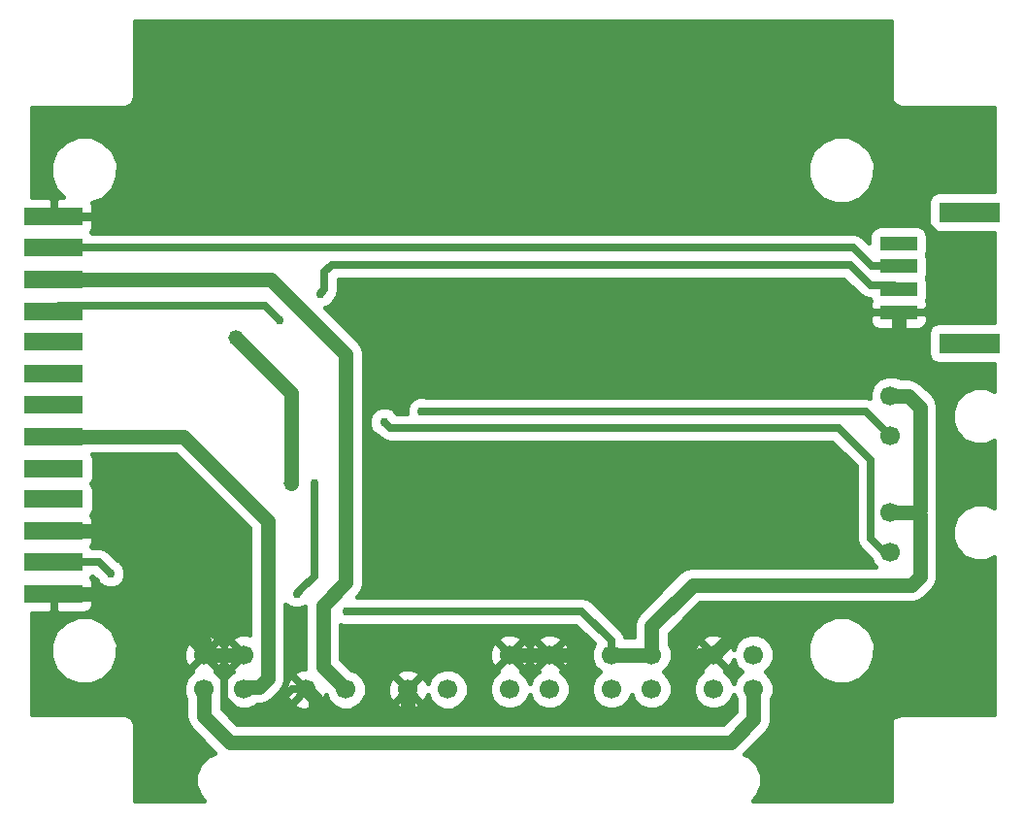
<source format=gtl>
G04 #@! TF.FileFunction,Copper,L1,Top,Signal*
%FSLAX46Y46*%
G04 Gerber Fmt 4.6, Leading zero omitted, Abs format (unit mm)*
G04 Created by KiCad (PCBNEW 4.0.5+dfsg1-4) date Mon Mar  6 16:22:21 2017*
%MOMM*%
%LPD*%
G01*
G04 APERTURE LIST*
%ADD10C,0.090000*%
%ADD11R,5.080000X1.524000*%
%ADD12R,3.200400X1.206500*%
%ADD13R,5.299964X1.700022*%
%ADD14C,1.700000*%
%ADD15C,1.320800*%
%ADD16C,0.762000*%
%ADD17C,1.270000*%
%ADD18C,0.635000*%
%ADD19C,0.381000*%
G04 APERTURE END LIST*
D10*
D11*
X178181000Y-71374000D03*
X178181000Y-68580000D03*
X178181000Y-65913000D03*
X178181000Y-63119000D03*
X178181000Y-60452000D03*
X178181000Y-57658000D03*
X178181000Y-54864000D03*
X178181000Y-52197000D03*
X178181000Y-49403000D03*
X178181000Y-46736000D03*
X178181000Y-43942000D03*
X178181000Y-41148000D03*
X178181000Y-38481000D03*
D12*
X251894340Y-46829980D03*
X251894340Y-44829984D03*
X251894340Y-42829988D03*
X251894340Y-40829992D03*
D13*
X258064000Y-49530000D03*
X258064000Y-38129972D03*
D14*
X194800000Y-76700000D03*
X191300000Y-79700000D03*
X194800000Y-79700000D03*
X191300000Y-76700000D03*
X239250000Y-76700000D03*
X235750000Y-79700000D03*
X239250000Y-79700000D03*
X235750000Y-76700000D03*
X209080000Y-79730000D03*
X212580000Y-79730000D03*
X200180000Y-79730000D03*
X203680000Y-79730000D03*
X230360000Y-76700000D03*
X226860000Y-79700000D03*
X230360000Y-79700000D03*
X226860000Y-76700000D03*
X221470000Y-76700000D03*
X217970000Y-79700000D03*
X221470000Y-79700000D03*
X217970000Y-76700000D03*
X251180000Y-67790000D03*
X251180000Y-64290000D03*
X251180000Y-57630000D03*
X251180000Y-54130000D03*
D15*
X198882000Y-61722000D03*
X194056000Y-49022000D03*
D16*
X201422000Y-45211996D03*
X197866000Y-47498000D03*
X183134000Y-69595990D03*
X203708000Y-72898000D03*
X207010000Y-56388000D03*
X210292626Y-55489490D03*
X199390000Y-71374000D03*
X200913992Y-61722000D03*
D17*
X191300000Y-76700000D02*
X193040000Y-76700000D01*
X193040000Y-76700000D02*
X194800000Y-76700000D01*
D18*
X194564000Y-82042000D02*
X193040000Y-80518000D01*
X193040000Y-80518000D02*
X193040000Y-76700000D01*
X196665919Y-82042000D02*
X194564000Y-82042000D01*
X200180000Y-79730000D02*
X198977919Y-79730000D01*
X198977919Y-79730000D02*
X196665919Y-82042000D01*
X251894340Y-46829980D02*
X254160020Y-46829980D01*
X254160020Y-46829980D02*
X255016000Y-45974000D01*
X253619000Y-38481000D02*
X178181000Y-38481000D01*
X255016000Y-45974000D02*
X255016000Y-39878000D01*
X255016000Y-39878000D02*
X253619000Y-38481000D01*
D17*
X235750000Y-76700000D02*
X239552000Y-72898000D01*
X239552000Y-72898000D02*
X254000000Y-72898000D01*
X254000000Y-72898000D02*
X255778000Y-71120000D01*
X255778000Y-71120000D02*
X255778000Y-53848000D01*
X255778000Y-53848000D02*
X251894340Y-49964340D01*
X251894340Y-49964340D02*
X251894340Y-46829980D01*
X200180000Y-79730000D02*
X201029999Y-80579999D01*
X201029999Y-80579999D02*
X201029999Y-81395999D01*
X201029999Y-81395999D02*
X201930000Y-82296000D01*
X201930000Y-82296000D02*
X208788000Y-82296000D01*
X208788000Y-82296000D02*
X209080000Y-82004000D01*
X209080000Y-82004000D02*
X209080000Y-79730000D01*
X209080000Y-79730000D02*
X209042000Y-79768000D01*
X209042000Y-79768000D02*
X209042000Y-82296000D01*
X209042000Y-82296000D02*
X226060000Y-82296000D01*
X226060000Y-82296000D02*
X224282000Y-82296000D01*
X224282000Y-82296000D02*
X224282000Y-77724000D01*
X224282000Y-77724000D02*
X223258000Y-76700000D01*
X223258000Y-76700000D02*
X221470000Y-76700000D01*
X186055000Y-65913000D02*
X187176081Y-67034081D01*
X187176081Y-67034081D02*
X187176081Y-71374000D01*
X178181000Y-65913000D02*
X186055000Y-65913000D01*
X191300000Y-76700000D02*
X191300000Y-75497919D01*
X191300000Y-75497919D02*
X187176081Y-71374000D01*
X187176081Y-71374000D02*
X181991000Y-71374000D01*
X181991000Y-71374000D02*
X178181000Y-71374000D01*
X231394000Y-82296000D02*
X226060000Y-82296000D01*
X233426000Y-80264000D02*
X231394000Y-82296000D01*
X233426000Y-77821919D02*
X233426000Y-80264000D01*
X235750000Y-76700000D02*
X234547919Y-76700000D01*
X234547919Y-76700000D02*
X233426000Y-77821919D01*
X217970000Y-76700000D02*
X221470000Y-76700000D01*
X194800000Y-79700000D02*
X194998000Y-79502000D01*
X194998000Y-79502000D02*
X196088000Y-79502000D01*
X196088000Y-79502000D02*
X196850000Y-78740000D01*
X196850000Y-78740000D02*
X196850000Y-65024000D01*
X196850000Y-65024000D02*
X189484000Y-57658000D01*
X189484000Y-57658000D02*
X178181000Y-57658000D01*
X194056000Y-49022000D02*
X198882000Y-53848000D01*
X198882000Y-53848000D02*
X198882000Y-61722000D01*
D18*
X251894340Y-42829988D02*
X249585988Y-42829988D01*
X249585988Y-42829988D02*
X247904000Y-41148000D01*
X247904000Y-41148000D02*
X181356000Y-41148000D01*
X181356000Y-41148000D02*
X178181000Y-41148000D01*
D17*
X203680000Y-79730000D02*
X201676000Y-77726000D01*
X201676000Y-77726000D02*
X201676000Y-72390000D01*
X201676000Y-72390000D02*
X203680000Y-70386000D01*
X197104000Y-43942000D02*
X181991000Y-43942000D01*
X203680000Y-70386000D02*
X203680000Y-50518000D01*
X203680000Y-50518000D02*
X197104000Y-43942000D01*
X181991000Y-43942000D02*
X178181000Y-43942000D01*
D18*
X251894340Y-44829984D02*
X251514356Y-44450000D01*
X249428000Y-44450000D02*
X247650000Y-42672000D01*
X201802999Y-44830997D02*
X201422000Y-45211996D01*
X251514356Y-44450000D02*
X249428000Y-44450000D01*
X247650000Y-42672000D02*
X202438000Y-42672000D01*
X202438000Y-42672000D02*
X201802999Y-43307001D01*
X201802999Y-43307001D02*
X201802999Y-44830997D01*
X197866000Y-47498000D02*
X196596000Y-46228000D01*
X196596000Y-46228000D02*
X178689000Y-46228000D01*
X178689000Y-46228000D02*
X178181000Y-46736000D01*
D17*
X251180000Y-64290000D02*
X253464000Y-64290000D01*
X253464000Y-64290000D02*
X253746000Y-64008000D01*
X253746000Y-64008000D02*
X253746000Y-55118000D01*
X253746000Y-55118000D02*
X252758000Y-54130000D01*
X252758000Y-54130000D02*
X251180000Y-54130000D01*
X251180000Y-64290000D02*
X253520000Y-64290000D01*
X253520000Y-64290000D02*
X253746000Y-64516000D01*
X253746000Y-64516000D02*
X253746000Y-69850000D01*
X253746000Y-69850000D02*
X252984000Y-70612000D01*
X252984000Y-70612000D02*
X233934000Y-70612000D01*
X233934000Y-70612000D02*
X230360000Y-74186000D01*
X230360000Y-74186000D02*
X230360000Y-76700000D01*
D18*
X182753001Y-69214991D02*
X183134000Y-69595990D01*
X182118010Y-68580000D02*
X182753001Y-69214991D01*
X178181000Y-68580000D02*
X182118010Y-68580000D01*
X224260081Y-72898000D02*
X203708000Y-72898000D01*
X226860000Y-75497919D02*
X224260081Y-72898000D01*
D17*
X226860000Y-76700000D02*
X230360000Y-76700000D01*
D18*
X226860000Y-76700000D02*
X226860000Y-75497919D01*
X251180000Y-67790000D02*
X251152000Y-67818000D01*
X251152000Y-67818000D02*
X250698000Y-67818000D01*
X250698000Y-67818000D02*
X249428000Y-66548000D01*
X249428000Y-66548000D02*
X249428000Y-59690000D01*
X246634000Y-56896000D02*
X207518000Y-56896000D01*
X249428000Y-59690000D02*
X246634000Y-56896000D01*
X207518000Y-56896000D02*
X207010000Y-56388000D01*
X210831441Y-55489490D02*
X210292626Y-55489490D01*
X249039490Y-55489490D02*
X210831441Y-55489490D01*
X251180000Y-57630000D02*
X249039490Y-55489490D01*
X199770999Y-70993001D02*
X199390000Y-71374000D01*
X200904491Y-69859509D02*
X199770999Y-70993001D01*
X200904491Y-69694196D02*
X200904491Y-69859509D01*
X200913992Y-69684695D02*
X200904491Y-69694196D01*
X200913992Y-61722000D02*
X200913992Y-69684695D01*
X200914000Y-61722000D02*
X200914000Y-69684687D01*
X200914000Y-69684687D02*
X200904491Y-69694196D01*
D17*
X237236000Y-84328000D02*
X239250000Y-82314000D01*
X239250000Y-82314000D02*
X239250000Y-79700000D01*
X193548000Y-84328000D02*
X237236000Y-84328000D01*
X191300000Y-82080000D02*
X193548000Y-84328000D01*
X191300000Y-79700000D02*
X191300000Y-82080000D01*
D19*
G36*
X195262500Y-65681564D02*
X195262500Y-74947565D01*
X195104513Y-74887591D01*
X194387754Y-74909020D01*
X193825088Y-75142084D01*
X193762223Y-75482617D01*
X194800000Y-76520395D01*
X194814143Y-76506253D01*
X194993748Y-76685858D01*
X194979605Y-76700000D01*
X194993748Y-76714143D01*
X194814143Y-76893748D01*
X194800000Y-76879605D01*
X193762223Y-77917383D01*
X193807010Y-78159988D01*
X193780300Y-78171024D01*
X193272806Y-78677633D01*
X193049791Y-79214713D01*
X192828976Y-78680300D01*
X192322367Y-78172806D01*
X192292884Y-78160564D01*
X192337777Y-77917383D01*
X191300000Y-76879605D01*
X190262223Y-77917383D01*
X190307010Y-78159988D01*
X190280300Y-78171024D01*
X189772806Y-78677633D01*
X189497814Y-79339888D01*
X189497188Y-80056966D01*
X189712500Y-80578061D01*
X189712500Y-82080000D01*
X189833341Y-82687510D01*
X190177468Y-83202532D01*
X192250494Y-85275558D01*
X191638442Y-85528453D01*
X190940902Y-86224777D01*
X190562931Y-87135033D01*
X190562071Y-88120643D01*
X190938453Y-89031558D01*
X191309747Y-89403500D01*
X185287500Y-89403500D01*
X185287500Y-82931000D01*
X185209286Y-82537793D01*
X184986552Y-82204448D01*
X184653207Y-81981714D01*
X184260000Y-81903500D01*
X176287500Y-81903500D01*
X176287500Y-76911712D01*
X177894989Y-76911712D01*
X178343533Y-77997272D01*
X179173359Y-78828548D01*
X180258135Y-79278986D01*
X181432712Y-79280011D01*
X182518272Y-78831467D01*
X183349548Y-78001641D01*
X183799986Y-76916865D01*
X183800440Y-76395487D01*
X189487591Y-76395487D01*
X189509020Y-77112246D01*
X189742084Y-77674912D01*
X190082617Y-77737777D01*
X191120395Y-76700000D01*
X191479605Y-76700000D01*
X192517383Y-77737777D01*
X192857916Y-77674912D01*
X193041628Y-77190968D01*
X193242084Y-77674912D01*
X193582617Y-77737777D01*
X194620395Y-76700000D01*
X193582617Y-75662223D01*
X193242084Y-75725088D01*
X193058372Y-76209032D01*
X192857916Y-75725088D01*
X192517383Y-75662223D01*
X191479605Y-76700000D01*
X191120395Y-76700000D01*
X190082617Y-75662223D01*
X189742084Y-75725088D01*
X189487591Y-76395487D01*
X183800440Y-76395487D01*
X183801011Y-75742288D01*
X183693718Y-75482617D01*
X190262223Y-75482617D01*
X191300000Y-76520395D01*
X192337777Y-75482617D01*
X192274912Y-75142084D01*
X191604513Y-74887591D01*
X190887754Y-74909020D01*
X190325088Y-75142084D01*
X190262223Y-75482617D01*
X183693718Y-75482617D01*
X183352467Y-74656728D01*
X182522641Y-73825452D01*
X181437865Y-73375014D01*
X180263288Y-73373989D01*
X179177728Y-73822533D01*
X178346452Y-74652359D01*
X177896014Y-75737135D01*
X177894989Y-76911712D01*
X176287500Y-76911712D01*
X176287500Y-73088500D01*
X177815875Y-73088500D01*
X178054000Y-72850375D01*
X178054000Y-71501000D01*
X178308000Y-71501000D01*
X178308000Y-72850375D01*
X178546125Y-73088500D01*
X180910464Y-73088500D01*
X181260548Y-72943491D01*
X181528490Y-72675548D01*
X181673500Y-72325464D01*
X181673500Y-71739125D01*
X181435375Y-71501000D01*
X178308000Y-71501000D01*
X178054000Y-71501000D01*
X178034000Y-71501000D01*
X178034000Y-71247000D01*
X178054000Y-71247000D01*
X178054000Y-71227000D01*
X178308000Y-71227000D01*
X178308000Y-71247000D01*
X181435375Y-71247000D01*
X181673500Y-71008875D01*
X181673500Y-70422536D01*
X181528490Y-70072452D01*
X181437135Y-69981096D01*
X181526709Y-69850000D01*
X181591958Y-69850000D01*
X181939853Y-70197895D01*
X182002854Y-70350370D01*
X182377647Y-70725817D01*
X182867587Y-70929258D01*
X183398086Y-70929721D01*
X183888380Y-70727136D01*
X184263827Y-70352343D01*
X184467268Y-69862403D01*
X184467731Y-69331904D01*
X184265146Y-68841610D01*
X183890353Y-68466163D01*
X183736226Y-68402164D01*
X183016036Y-67681974D01*
X182604018Y-67406673D01*
X182118010Y-67309999D01*
X182118005Y-67310000D01*
X181525987Y-67310000D01*
X181489595Y-67253444D01*
X181528490Y-67214548D01*
X181673500Y-66864464D01*
X181673500Y-66278125D01*
X181435375Y-66040000D01*
X178308000Y-66040000D01*
X178308000Y-66060000D01*
X178054000Y-66060000D01*
X178054000Y-66040000D01*
X178034000Y-66040000D01*
X178034000Y-65786000D01*
X178054000Y-65786000D01*
X178054000Y-65766000D01*
X178308000Y-65766000D01*
X178308000Y-65786000D01*
X181435375Y-65786000D01*
X181673500Y-65547875D01*
X181673500Y-64961536D01*
X181528490Y-64611452D01*
X181437135Y-64520096D01*
X181615646Y-64258836D01*
X181692160Y-63881000D01*
X181692160Y-62357000D01*
X181625743Y-62004025D01*
X181484251Y-61784139D01*
X181615646Y-61591836D01*
X181692160Y-61214000D01*
X181692160Y-59690000D01*
X181625743Y-59337025D01*
X181566848Y-59245500D01*
X188826436Y-59245500D01*
X195262500Y-65681564D01*
X195262500Y-65681564D01*
G37*
X195262500Y-65681564D02*
X195262500Y-74947565D01*
X195104513Y-74887591D01*
X194387754Y-74909020D01*
X193825088Y-75142084D01*
X193762223Y-75482617D01*
X194800000Y-76520395D01*
X194814143Y-76506253D01*
X194993748Y-76685858D01*
X194979605Y-76700000D01*
X194993748Y-76714143D01*
X194814143Y-76893748D01*
X194800000Y-76879605D01*
X193762223Y-77917383D01*
X193807010Y-78159988D01*
X193780300Y-78171024D01*
X193272806Y-78677633D01*
X193049791Y-79214713D01*
X192828976Y-78680300D01*
X192322367Y-78172806D01*
X192292884Y-78160564D01*
X192337777Y-77917383D01*
X191300000Y-76879605D01*
X190262223Y-77917383D01*
X190307010Y-78159988D01*
X190280300Y-78171024D01*
X189772806Y-78677633D01*
X189497814Y-79339888D01*
X189497188Y-80056966D01*
X189712500Y-80578061D01*
X189712500Y-82080000D01*
X189833341Y-82687510D01*
X190177468Y-83202532D01*
X192250494Y-85275558D01*
X191638442Y-85528453D01*
X190940902Y-86224777D01*
X190562931Y-87135033D01*
X190562071Y-88120643D01*
X190938453Y-89031558D01*
X191309747Y-89403500D01*
X185287500Y-89403500D01*
X185287500Y-82931000D01*
X185209286Y-82537793D01*
X184986552Y-82204448D01*
X184653207Y-81981714D01*
X184260000Y-81903500D01*
X176287500Y-81903500D01*
X176287500Y-76911712D01*
X177894989Y-76911712D01*
X178343533Y-77997272D01*
X179173359Y-78828548D01*
X180258135Y-79278986D01*
X181432712Y-79280011D01*
X182518272Y-78831467D01*
X183349548Y-78001641D01*
X183799986Y-76916865D01*
X183800440Y-76395487D01*
X189487591Y-76395487D01*
X189509020Y-77112246D01*
X189742084Y-77674912D01*
X190082617Y-77737777D01*
X191120395Y-76700000D01*
X191479605Y-76700000D01*
X192517383Y-77737777D01*
X192857916Y-77674912D01*
X193041628Y-77190968D01*
X193242084Y-77674912D01*
X193582617Y-77737777D01*
X194620395Y-76700000D01*
X193582617Y-75662223D01*
X193242084Y-75725088D01*
X193058372Y-76209032D01*
X192857916Y-75725088D01*
X192517383Y-75662223D01*
X191479605Y-76700000D01*
X191120395Y-76700000D01*
X190082617Y-75662223D01*
X189742084Y-75725088D01*
X189487591Y-76395487D01*
X183800440Y-76395487D01*
X183801011Y-75742288D01*
X183693718Y-75482617D01*
X190262223Y-75482617D01*
X191300000Y-76520395D01*
X192337777Y-75482617D01*
X192274912Y-75142084D01*
X191604513Y-74887591D01*
X190887754Y-74909020D01*
X190325088Y-75142084D01*
X190262223Y-75482617D01*
X183693718Y-75482617D01*
X183352467Y-74656728D01*
X182522641Y-73825452D01*
X181437865Y-73375014D01*
X180263288Y-73373989D01*
X179177728Y-73822533D01*
X178346452Y-74652359D01*
X177896014Y-75737135D01*
X177894989Y-76911712D01*
X176287500Y-76911712D01*
X176287500Y-73088500D01*
X177815875Y-73088500D01*
X178054000Y-72850375D01*
X178054000Y-71501000D01*
X178308000Y-71501000D01*
X178308000Y-72850375D01*
X178546125Y-73088500D01*
X180910464Y-73088500D01*
X181260548Y-72943491D01*
X181528490Y-72675548D01*
X181673500Y-72325464D01*
X181673500Y-71739125D01*
X181435375Y-71501000D01*
X178308000Y-71501000D01*
X178054000Y-71501000D01*
X178034000Y-71501000D01*
X178034000Y-71247000D01*
X178054000Y-71247000D01*
X178054000Y-71227000D01*
X178308000Y-71227000D01*
X178308000Y-71247000D01*
X181435375Y-71247000D01*
X181673500Y-71008875D01*
X181673500Y-70422536D01*
X181528490Y-70072452D01*
X181437135Y-69981096D01*
X181526709Y-69850000D01*
X181591958Y-69850000D01*
X181939853Y-70197895D01*
X182002854Y-70350370D01*
X182377647Y-70725817D01*
X182867587Y-70929258D01*
X183398086Y-70929721D01*
X183888380Y-70727136D01*
X184263827Y-70352343D01*
X184467268Y-69862403D01*
X184467731Y-69331904D01*
X184265146Y-68841610D01*
X183890353Y-68466163D01*
X183736226Y-68402164D01*
X183016036Y-67681974D01*
X182604018Y-67406673D01*
X182118010Y-67309999D01*
X182118005Y-67310000D01*
X181525987Y-67310000D01*
X181489595Y-67253444D01*
X181528490Y-67214548D01*
X181673500Y-66864464D01*
X181673500Y-66278125D01*
X181435375Y-66040000D01*
X178308000Y-66040000D01*
X178308000Y-66060000D01*
X178054000Y-66060000D01*
X178054000Y-66040000D01*
X178034000Y-66040000D01*
X178034000Y-65786000D01*
X178054000Y-65786000D01*
X178054000Y-65766000D01*
X178308000Y-65766000D01*
X178308000Y-65786000D01*
X181435375Y-65786000D01*
X181673500Y-65547875D01*
X181673500Y-64961536D01*
X181528490Y-64611452D01*
X181437135Y-64520096D01*
X181615646Y-64258836D01*
X181692160Y-63881000D01*
X181692160Y-62357000D01*
X181625743Y-62004025D01*
X181484251Y-61784139D01*
X181615646Y-61591836D01*
X181692160Y-61214000D01*
X181692160Y-59690000D01*
X181625743Y-59337025D01*
X181566848Y-59245500D01*
X188826436Y-59245500D01*
X195262500Y-65681564D01*
G36*
X251232500Y-27931000D02*
X251269500Y-28117011D01*
X251269500Y-28448000D01*
X251284509Y-28522115D01*
X251327170Y-28584552D01*
X251390761Y-28625472D01*
X251460000Y-28638500D01*
X251520718Y-28638500D01*
X251533448Y-28657552D01*
X251866793Y-28880286D01*
X252260000Y-28958500D01*
X260232500Y-28958500D01*
X260232500Y-36308801D01*
X255414018Y-36308801D01*
X255061043Y-36375218D01*
X254736856Y-36583826D01*
X254519372Y-36902125D01*
X254442858Y-37279961D01*
X254442858Y-38979983D01*
X254509275Y-39332958D01*
X254717883Y-39657145D01*
X255036182Y-39874629D01*
X255414018Y-39951143D01*
X260232500Y-39951143D01*
X260232500Y-47708829D01*
X255414018Y-47708829D01*
X255061043Y-47775246D01*
X254736856Y-47983854D01*
X254519372Y-48302153D01*
X254442858Y-48679989D01*
X254442858Y-50380011D01*
X254509275Y-50732986D01*
X254717883Y-51057173D01*
X255036182Y-51274657D01*
X255414018Y-51351171D01*
X260232500Y-51351171D01*
X260232500Y-53715029D01*
X259504967Y-53412931D01*
X258519357Y-53412071D01*
X257608442Y-53788453D01*
X256910902Y-54484777D01*
X256532931Y-55395033D01*
X256532071Y-56380643D01*
X256908453Y-57291558D01*
X257604777Y-57989098D01*
X258515033Y-58367069D01*
X259500643Y-58367929D01*
X260232500Y-58065532D01*
X260232500Y-63875029D01*
X259504967Y-63572931D01*
X258519357Y-63572071D01*
X257608442Y-63948453D01*
X256910902Y-64644777D01*
X256532931Y-65555033D01*
X256532071Y-66540643D01*
X256908453Y-67451558D01*
X257604777Y-68149098D01*
X258515033Y-68527069D01*
X259500643Y-68527929D01*
X260232500Y-68225532D01*
X260232500Y-81903500D01*
X252260000Y-81903500D01*
X251866793Y-81981714D01*
X251681534Y-82105500D01*
X251460000Y-82105500D01*
X251385885Y-82120509D01*
X251323448Y-82163170D01*
X251282528Y-82226761D01*
X251269500Y-82296000D01*
X251269500Y-82744989D01*
X251232500Y-82931000D01*
X251232500Y-89403500D01*
X239220178Y-89403500D01*
X239589098Y-89035223D01*
X239967069Y-88124967D01*
X239967929Y-87139357D01*
X239591547Y-86228442D01*
X238895223Y-85530902D01*
X238459210Y-85349854D01*
X240372532Y-83436532D01*
X240716659Y-82921510D01*
X240837500Y-82314000D01*
X240837500Y-80577134D01*
X241052186Y-80060112D01*
X241052812Y-79343034D01*
X240778976Y-78680300D01*
X240299121Y-78199607D01*
X240777194Y-77722367D01*
X241052186Y-77060112D01*
X241052315Y-76911712D01*
X243934989Y-76911712D01*
X244383533Y-77997272D01*
X245213359Y-78828548D01*
X246298135Y-79278986D01*
X247472712Y-79280011D01*
X248558272Y-78831467D01*
X249389548Y-78001641D01*
X249839986Y-76916865D01*
X249841011Y-75742288D01*
X249392467Y-74656728D01*
X248562641Y-73825452D01*
X247477865Y-73375014D01*
X246303288Y-73373989D01*
X245217728Y-73822533D01*
X244386452Y-74652359D01*
X243936014Y-75737135D01*
X243934989Y-76911712D01*
X241052315Y-76911712D01*
X241052812Y-76343034D01*
X240778976Y-75680300D01*
X240272367Y-75172806D01*
X239610112Y-74897814D01*
X238893034Y-74897188D01*
X238230300Y-75171024D01*
X237722806Y-75677633D01*
X237505265Y-76201530D01*
X237307916Y-75725088D01*
X236967383Y-75662223D01*
X235929605Y-76700000D01*
X236967383Y-77737777D01*
X237307916Y-77674912D01*
X237496861Y-77177183D01*
X237721024Y-77719700D01*
X238200879Y-78200393D01*
X237722806Y-78677633D01*
X237499791Y-79214713D01*
X237278976Y-78680300D01*
X236772367Y-78172806D01*
X236742884Y-78160564D01*
X236787777Y-77917383D01*
X235750000Y-76879605D01*
X234712223Y-77917383D01*
X234757010Y-78159988D01*
X234730300Y-78171024D01*
X234222806Y-78677633D01*
X233947814Y-79339888D01*
X233947188Y-80056966D01*
X234221024Y-80719700D01*
X234727633Y-81227194D01*
X235389888Y-81502186D01*
X236106966Y-81502812D01*
X236769700Y-81228976D01*
X237277194Y-80722367D01*
X237500209Y-80185287D01*
X237662500Y-80578061D01*
X237662500Y-81656436D01*
X236578436Y-82740500D01*
X194205564Y-82740500D01*
X192887500Y-81422436D01*
X192887500Y-80577134D01*
X193050209Y-80185287D01*
X193271024Y-80719700D01*
X193777633Y-81227194D01*
X194439888Y-81502186D01*
X195156966Y-81502812D01*
X195819700Y-81228976D01*
X195959420Y-81089500D01*
X196088000Y-81089500D01*
X196695510Y-80968659D01*
X196727351Y-80947383D01*
X199142223Y-80947383D01*
X199205088Y-81287916D01*
X199875487Y-81542409D01*
X200592246Y-81520980D01*
X201154912Y-81287916D01*
X201217777Y-80947383D01*
X200180000Y-79909605D01*
X199142223Y-80947383D01*
X196727351Y-80947383D01*
X197210532Y-80624532D01*
X197972532Y-79862532D01*
X198264556Y-79425487D01*
X198367591Y-79425487D01*
X198389020Y-80142246D01*
X198622084Y-80704912D01*
X198962617Y-80767777D01*
X200000395Y-79730000D01*
X198962617Y-78692223D01*
X198622084Y-78755088D01*
X198367591Y-79425487D01*
X198264556Y-79425487D01*
X198316659Y-79347510D01*
X198437500Y-78740000D01*
X198437500Y-72307338D01*
X198633647Y-72503827D01*
X199123587Y-72707268D01*
X199654086Y-72707731D01*
X200088500Y-72528235D01*
X200088500Y-77726000D01*
X200128726Y-77928228D01*
X199767754Y-77939020D01*
X199205088Y-78172084D01*
X199142223Y-78512617D01*
X200180000Y-79550395D01*
X200194142Y-79536252D01*
X200373748Y-79715858D01*
X200359605Y-79730000D01*
X201397383Y-80767777D01*
X201737916Y-80704912D01*
X201922805Y-80217869D01*
X201937241Y-80232305D01*
X202151024Y-80749700D01*
X202657633Y-81257194D01*
X203319888Y-81532186D01*
X204036966Y-81532812D01*
X204699700Y-81258976D01*
X205011837Y-80947383D01*
X208042223Y-80947383D01*
X208105088Y-81287916D01*
X208775487Y-81542409D01*
X209492246Y-81520980D01*
X210054912Y-81287916D01*
X210117777Y-80947383D01*
X209080000Y-79909605D01*
X208042223Y-80947383D01*
X205011837Y-80947383D01*
X205207194Y-80752367D01*
X205482186Y-80090112D01*
X205482766Y-79425487D01*
X207267591Y-79425487D01*
X207289020Y-80142246D01*
X207522084Y-80704912D01*
X207862617Y-80767777D01*
X208900395Y-79730000D01*
X209259605Y-79730000D01*
X210297383Y-80767777D01*
X210637916Y-80704912D01*
X210826861Y-80207183D01*
X211051024Y-80749700D01*
X211557633Y-81257194D01*
X212219888Y-81532186D01*
X212936966Y-81532812D01*
X213599700Y-81258976D01*
X214107194Y-80752367D01*
X214382186Y-80090112D01*
X214382214Y-80056966D01*
X216167188Y-80056966D01*
X216441024Y-80719700D01*
X216947633Y-81227194D01*
X217609888Y-81502186D01*
X218326966Y-81502812D01*
X218989700Y-81228976D01*
X219497194Y-80722367D01*
X219720209Y-80185287D01*
X219941024Y-80719700D01*
X220447633Y-81227194D01*
X221109888Y-81502186D01*
X221826966Y-81502812D01*
X222489700Y-81228976D01*
X222997194Y-80722367D01*
X223272186Y-80060112D01*
X223272812Y-79343034D01*
X222998976Y-78680300D01*
X222492367Y-78172806D01*
X222462884Y-78160564D01*
X222507777Y-77917383D01*
X221470000Y-76879605D01*
X220432223Y-77917383D01*
X220477010Y-78159988D01*
X220450300Y-78171024D01*
X219942806Y-78677633D01*
X219719791Y-79214713D01*
X219498976Y-78680300D01*
X218992367Y-78172806D01*
X218962884Y-78160564D01*
X219007777Y-77917383D01*
X217970000Y-76879605D01*
X216932223Y-77917383D01*
X216977010Y-78159988D01*
X216950300Y-78171024D01*
X216442806Y-78677633D01*
X216167814Y-79339888D01*
X216167188Y-80056966D01*
X214382214Y-80056966D01*
X214382812Y-79373034D01*
X214108976Y-78710300D01*
X213602367Y-78202806D01*
X212940112Y-77927814D01*
X212223034Y-77927188D01*
X211560300Y-78201024D01*
X211052806Y-78707633D01*
X210835265Y-79231530D01*
X210637916Y-78755088D01*
X210297383Y-78692223D01*
X209259605Y-79730000D01*
X208900395Y-79730000D01*
X207862617Y-78692223D01*
X207522084Y-78755088D01*
X207267591Y-79425487D01*
X205482766Y-79425487D01*
X205482812Y-79373034D01*
X205208976Y-78710300D01*
X205011638Y-78512617D01*
X208042223Y-78512617D01*
X209080000Y-79550395D01*
X210117777Y-78512617D01*
X210054912Y-78172084D01*
X209384513Y-77917591D01*
X208667754Y-77939020D01*
X208105088Y-78172084D01*
X208042223Y-78512617D01*
X205011638Y-78512617D01*
X204702367Y-78202806D01*
X204181649Y-77986585D01*
X203263500Y-77068436D01*
X203263500Y-76395487D01*
X216157591Y-76395487D01*
X216179020Y-77112246D01*
X216412084Y-77674912D01*
X216752617Y-77737777D01*
X217790395Y-76700000D01*
X218149605Y-76700000D01*
X219187383Y-77737777D01*
X219527916Y-77674912D01*
X219711628Y-77190968D01*
X219912084Y-77674912D01*
X220252617Y-77737777D01*
X221290395Y-76700000D01*
X221649605Y-76700000D01*
X222687383Y-77737777D01*
X223027916Y-77674912D01*
X223282409Y-77004513D01*
X223260980Y-76287754D01*
X223027916Y-75725088D01*
X222687383Y-75662223D01*
X221649605Y-76700000D01*
X221290395Y-76700000D01*
X220252617Y-75662223D01*
X219912084Y-75725088D01*
X219728372Y-76209032D01*
X219527916Y-75725088D01*
X219187383Y-75662223D01*
X218149605Y-76700000D01*
X217790395Y-76700000D01*
X216752617Y-75662223D01*
X216412084Y-75725088D01*
X216157591Y-76395487D01*
X203263500Y-76395487D01*
X203263500Y-75482617D01*
X216932223Y-75482617D01*
X217970000Y-76520395D01*
X219007777Y-75482617D01*
X220432223Y-75482617D01*
X221470000Y-76520395D01*
X222507777Y-75482617D01*
X222444912Y-75142084D01*
X221774513Y-74887591D01*
X221057754Y-74909020D01*
X220495088Y-75142084D01*
X220432223Y-75482617D01*
X219007777Y-75482617D01*
X218944912Y-75142084D01*
X218274513Y-74887591D01*
X217557754Y-74909020D01*
X216995088Y-75142084D01*
X216932223Y-75482617D01*
X203263500Y-75482617D01*
X203263500Y-74157320D01*
X203441587Y-74231268D01*
X203972086Y-74231731D01*
X204126327Y-74168000D01*
X223734029Y-74168000D01*
X225306651Y-75740621D01*
X225057814Y-76339888D01*
X225057188Y-77056966D01*
X225331024Y-77719700D01*
X225810879Y-78200393D01*
X225332806Y-78677633D01*
X225057814Y-79339888D01*
X225057188Y-80056966D01*
X225331024Y-80719700D01*
X225837633Y-81227194D01*
X226499888Y-81502186D01*
X227216966Y-81502812D01*
X227879700Y-81228976D01*
X228387194Y-80722367D01*
X228610209Y-80185287D01*
X228831024Y-80719700D01*
X229337633Y-81227194D01*
X229999888Y-81502186D01*
X230716966Y-81502812D01*
X231379700Y-81228976D01*
X231887194Y-80722367D01*
X232162186Y-80060112D01*
X232162812Y-79343034D01*
X231888976Y-78680300D01*
X231409121Y-78199607D01*
X231887194Y-77722367D01*
X232162186Y-77060112D01*
X232162766Y-76395487D01*
X233937591Y-76395487D01*
X233959020Y-77112246D01*
X234192084Y-77674912D01*
X234532617Y-77737777D01*
X235570395Y-76700000D01*
X234532617Y-75662223D01*
X234192084Y-75725088D01*
X233937591Y-76395487D01*
X232162766Y-76395487D01*
X232162812Y-76343034D01*
X231947500Y-75821939D01*
X231947500Y-75482617D01*
X234712223Y-75482617D01*
X235750000Y-76520395D01*
X236787777Y-75482617D01*
X236724912Y-75142084D01*
X236054513Y-74887591D01*
X235337754Y-74909020D01*
X234775088Y-75142084D01*
X234712223Y-75482617D01*
X231947500Y-75482617D01*
X231947500Y-74843564D01*
X234591564Y-72199500D01*
X252984000Y-72199500D01*
X253591510Y-72078659D01*
X254106532Y-71734532D01*
X254868532Y-70972532D01*
X255212659Y-70457510D01*
X255333500Y-69850000D01*
X255333500Y-64516000D01*
X255282976Y-64262000D01*
X255333500Y-64008000D01*
X255333500Y-55118000D01*
X255212659Y-54510490D01*
X254868532Y-53995468D01*
X253880532Y-53007468D01*
X253365510Y-52663341D01*
X252758000Y-52542500D01*
X252057134Y-52542500D01*
X251540112Y-52327814D01*
X250823034Y-52327188D01*
X250160300Y-52601024D01*
X249652806Y-53107633D01*
X249377814Y-53769888D01*
X249377363Y-54286697D01*
X249039490Y-54219489D01*
X249039485Y-54219490D01*
X210711405Y-54219490D01*
X210559039Y-54156222D01*
X210028540Y-54155759D01*
X209538246Y-54358344D01*
X209162799Y-54733137D01*
X208959358Y-55223077D01*
X208959006Y-55626000D01*
X208133539Y-55626000D01*
X207766353Y-55258173D01*
X207276413Y-55054732D01*
X206745914Y-55054269D01*
X206255620Y-55256854D01*
X205880173Y-55631647D01*
X205676732Y-56121587D01*
X205676269Y-56652086D01*
X205878854Y-57142380D01*
X206253647Y-57517827D01*
X206407775Y-57581827D01*
X206619972Y-57794023D01*
X206619974Y-57794026D01*
X207031992Y-58069327D01*
X207518000Y-58166000D01*
X246107948Y-58166000D01*
X248158000Y-60216051D01*
X248158000Y-66547995D01*
X248157999Y-66548000D01*
X248254673Y-67034008D01*
X248529974Y-67446026D01*
X249480184Y-68396235D01*
X249651024Y-68809700D01*
X249865449Y-69024500D01*
X233934000Y-69024500D01*
X233326490Y-69145341D01*
X232811468Y-69489468D01*
X229237468Y-73063468D01*
X228893341Y-73578490D01*
X228772500Y-74186000D01*
X228772500Y-75112500D01*
X228053336Y-75112500D01*
X228033327Y-75011911D01*
X227758026Y-74599893D01*
X227758023Y-74599891D01*
X225158107Y-71999974D01*
X224746089Y-71724673D01*
X224260081Y-71627999D01*
X224260076Y-71628000D01*
X204683064Y-71628000D01*
X204802532Y-71508532D01*
X205146659Y-70993510D01*
X205267500Y-70386000D01*
X205267500Y-50518000D01*
X205146659Y-49910490D01*
X204802532Y-49395468D01*
X202602169Y-47195105D01*
X249341640Y-47195105D01*
X249341640Y-47622694D01*
X249486649Y-47972778D01*
X249754592Y-48240720D01*
X250104676Y-48385730D01*
X251529215Y-48385730D01*
X251767340Y-48147605D01*
X251767340Y-46956980D01*
X252021340Y-46956980D01*
X252021340Y-48147605D01*
X252259465Y-48385730D01*
X253684004Y-48385730D01*
X254034088Y-48240720D01*
X254302031Y-47972778D01*
X254447040Y-47622694D01*
X254447040Y-47195105D01*
X254208915Y-46956980D01*
X252021340Y-46956980D01*
X251767340Y-46956980D01*
X249579765Y-46956980D01*
X249341640Y-47195105D01*
X202602169Y-47195105D01*
X201874811Y-46467747D01*
X202176380Y-46343142D01*
X202551827Y-45968349D01*
X202615826Y-45814222D01*
X202701025Y-45729023D01*
X202976326Y-45317005D01*
X203073000Y-44830997D01*
X203072999Y-44830992D01*
X203072999Y-43942000D01*
X247123948Y-43942000D01*
X248529972Y-45348023D01*
X248529974Y-45348026D01*
X248938547Y-45621025D01*
X248941992Y-45623327D01*
X249374954Y-45709449D01*
X249389397Y-45786209D01*
X249423609Y-45839376D01*
X249341640Y-46037266D01*
X249341640Y-46464855D01*
X249579765Y-46702980D01*
X251767340Y-46702980D01*
X251767340Y-46682980D01*
X252021340Y-46682980D01*
X252021340Y-46702980D01*
X254208915Y-46702980D01*
X254447040Y-46464855D01*
X254447040Y-46037266D01*
X254366873Y-45843726D01*
X254389186Y-45811070D01*
X254465700Y-45433234D01*
X254465700Y-44226734D01*
X254399283Y-43873759D01*
X254373613Y-43833866D01*
X254389186Y-43811074D01*
X254465700Y-43433238D01*
X254465700Y-42226738D01*
X254399283Y-41873763D01*
X254373613Y-41833870D01*
X254389186Y-41811078D01*
X254465700Y-41433242D01*
X254465700Y-40226742D01*
X254399283Y-39873767D01*
X254190675Y-39549580D01*
X253872376Y-39332096D01*
X253494540Y-39255582D01*
X250294140Y-39255582D01*
X249941165Y-39321999D01*
X249616978Y-39530607D01*
X249399494Y-39848906D01*
X249322980Y-40226742D01*
X249322980Y-40770928D01*
X248802026Y-40249974D01*
X248390008Y-39974673D01*
X247904000Y-39877999D01*
X247903995Y-39878000D01*
X181525987Y-39878000D01*
X181489595Y-39821444D01*
X181528490Y-39782548D01*
X181673500Y-39432464D01*
X181673500Y-38846125D01*
X181435375Y-38608000D01*
X178308000Y-38608000D01*
X178308000Y-38628000D01*
X178054000Y-38628000D01*
X178054000Y-38608000D01*
X178034000Y-38608000D01*
X178034000Y-38354000D01*
X178054000Y-38354000D01*
X178054000Y-37004625D01*
X177815875Y-36766500D01*
X176287500Y-36766500D01*
X176287500Y-35001712D01*
X177894989Y-35001712D01*
X178343533Y-36087272D01*
X179021576Y-36766500D01*
X178546125Y-36766500D01*
X178308000Y-37004625D01*
X178308000Y-38354000D01*
X181435375Y-38354000D01*
X181673500Y-38115875D01*
X181673500Y-37529536D01*
X181581890Y-37308372D01*
X182518272Y-36921467D01*
X183349548Y-36091641D01*
X183799986Y-35006865D01*
X183799990Y-35001712D01*
X243934989Y-35001712D01*
X244383533Y-36087272D01*
X245213359Y-36918548D01*
X246298135Y-37368986D01*
X247472712Y-37370011D01*
X248558272Y-36921467D01*
X249389548Y-36091641D01*
X249839986Y-35006865D01*
X249841011Y-33832288D01*
X249392467Y-32746728D01*
X248562641Y-31915452D01*
X247477865Y-31465014D01*
X246303288Y-31463989D01*
X245217728Y-31912533D01*
X244386452Y-32742359D01*
X243936014Y-33827135D01*
X243934989Y-35001712D01*
X183799990Y-35001712D01*
X183801011Y-33832288D01*
X183352467Y-32746728D01*
X182522641Y-31915452D01*
X181437865Y-31465014D01*
X180263288Y-31463989D01*
X179177728Y-31912533D01*
X178346452Y-32742359D01*
X177896014Y-33827135D01*
X177894989Y-35001712D01*
X176287500Y-35001712D01*
X176287500Y-28958500D01*
X184260000Y-28958500D01*
X184653207Y-28880286D01*
X184986552Y-28657552D01*
X185209286Y-28324207D01*
X185287500Y-27931000D01*
X185287500Y-21458500D01*
X251232500Y-21458500D01*
X251232500Y-27931000D01*
X251232500Y-27931000D01*
G37*
X251232500Y-27931000D02*
X251269500Y-28117011D01*
X251269500Y-28448000D01*
X251284509Y-28522115D01*
X251327170Y-28584552D01*
X251390761Y-28625472D01*
X251460000Y-28638500D01*
X251520718Y-28638500D01*
X251533448Y-28657552D01*
X251866793Y-28880286D01*
X252260000Y-28958500D01*
X260232500Y-28958500D01*
X260232500Y-36308801D01*
X255414018Y-36308801D01*
X255061043Y-36375218D01*
X254736856Y-36583826D01*
X254519372Y-36902125D01*
X254442858Y-37279961D01*
X254442858Y-38979983D01*
X254509275Y-39332958D01*
X254717883Y-39657145D01*
X255036182Y-39874629D01*
X255414018Y-39951143D01*
X260232500Y-39951143D01*
X260232500Y-47708829D01*
X255414018Y-47708829D01*
X255061043Y-47775246D01*
X254736856Y-47983854D01*
X254519372Y-48302153D01*
X254442858Y-48679989D01*
X254442858Y-50380011D01*
X254509275Y-50732986D01*
X254717883Y-51057173D01*
X255036182Y-51274657D01*
X255414018Y-51351171D01*
X260232500Y-51351171D01*
X260232500Y-53715029D01*
X259504967Y-53412931D01*
X258519357Y-53412071D01*
X257608442Y-53788453D01*
X256910902Y-54484777D01*
X256532931Y-55395033D01*
X256532071Y-56380643D01*
X256908453Y-57291558D01*
X257604777Y-57989098D01*
X258515033Y-58367069D01*
X259500643Y-58367929D01*
X260232500Y-58065532D01*
X260232500Y-63875029D01*
X259504967Y-63572931D01*
X258519357Y-63572071D01*
X257608442Y-63948453D01*
X256910902Y-64644777D01*
X256532931Y-65555033D01*
X256532071Y-66540643D01*
X256908453Y-67451558D01*
X257604777Y-68149098D01*
X258515033Y-68527069D01*
X259500643Y-68527929D01*
X260232500Y-68225532D01*
X260232500Y-81903500D01*
X252260000Y-81903500D01*
X251866793Y-81981714D01*
X251681534Y-82105500D01*
X251460000Y-82105500D01*
X251385885Y-82120509D01*
X251323448Y-82163170D01*
X251282528Y-82226761D01*
X251269500Y-82296000D01*
X251269500Y-82744989D01*
X251232500Y-82931000D01*
X251232500Y-89403500D01*
X239220178Y-89403500D01*
X239589098Y-89035223D01*
X239967069Y-88124967D01*
X239967929Y-87139357D01*
X239591547Y-86228442D01*
X238895223Y-85530902D01*
X238459210Y-85349854D01*
X240372532Y-83436532D01*
X240716659Y-82921510D01*
X240837500Y-82314000D01*
X240837500Y-80577134D01*
X241052186Y-80060112D01*
X241052812Y-79343034D01*
X240778976Y-78680300D01*
X240299121Y-78199607D01*
X240777194Y-77722367D01*
X241052186Y-77060112D01*
X241052315Y-76911712D01*
X243934989Y-76911712D01*
X244383533Y-77997272D01*
X245213359Y-78828548D01*
X246298135Y-79278986D01*
X247472712Y-79280011D01*
X248558272Y-78831467D01*
X249389548Y-78001641D01*
X249839986Y-76916865D01*
X249841011Y-75742288D01*
X249392467Y-74656728D01*
X248562641Y-73825452D01*
X247477865Y-73375014D01*
X246303288Y-73373989D01*
X245217728Y-73822533D01*
X244386452Y-74652359D01*
X243936014Y-75737135D01*
X243934989Y-76911712D01*
X241052315Y-76911712D01*
X241052812Y-76343034D01*
X240778976Y-75680300D01*
X240272367Y-75172806D01*
X239610112Y-74897814D01*
X238893034Y-74897188D01*
X238230300Y-75171024D01*
X237722806Y-75677633D01*
X237505265Y-76201530D01*
X237307916Y-75725088D01*
X236967383Y-75662223D01*
X235929605Y-76700000D01*
X236967383Y-77737777D01*
X237307916Y-77674912D01*
X237496861Y-77177183D01*
X237721024Y-77719700D01*
X238200879Y-78200393D01*
X237722806Y-78677633D01*
X237499791Y-79214713D01*
X237278976Y-78680300D01*
X236772367Y-78172806D01*
X236742884Y-78160564D01*
X236787777Y-77917383D01*
X235750000Y-76879605D01*
X234712223Y-77917383D01*
X234757010Y-78159988D01*
X234730300Y-78171024D01*
X234222806Y-78677633D01*
X233947814Y-79339888D01*
X233947188Y-80056966D01*
X234221024Y-80719700D01*
X234727633Y-81227194D01*
X235389888Y-81502186D01*
X236106966Y-81502812D01*
X236769700Y-81228976D01*
X237277194Y-80722367D01*
X237500209Y-80185287D01*
X237662500Y-80578061D01*
X237662500Y-81656436D01*
X236578436Y-82740500D01*
X194205564Y-82740500D01*
X192887500Y-81422436D01*
X192887500Y-80577134D01*
X193050209Y-80185287D01*
X193271024Y-80719700D01*
X193777633Y-81227194D01*
X194439888Y-81502186D01*
X195156966Y-81502812D01*
X195819700Y-81228976D01*
X195959420Y-81089500D01*
X196088000Y-81089500D01*
X196695510Y-80968659D01*
X196727351Y-80947383D01*
X199142223Y-80947383D01*
X199205088Y-81287916D01*
X199875487Y-81542409D01*
X200592246Y-81520980D01*
X201154912Y-81287916D01*
X201217777Y-80947383D01*
X200180000Y-79909605D01*
X199142223Y-80947383D01*
X196727351Y-80947383D01*
X197210532Y-80624532D01*
X197972532Y-79862532D01*
X198264556Y-79425487D01*
X198367591Y-79425487D01*
X198389020Y-80142246D01*
X198622084Y-80704912D01*
X198962617Y-80767777D01*
X200000395Y-79730000D01*
X198962617Y-78692223D01*
X198622084Y-78755088D01*
X198367591Y-79425487D01*
X198264556Y-79425487D01*
X198316659Y-79347510D01*
X198437500Y-78740000D01*
X198437500Y-72307338D01*
X198633647Y-72503827D01*
X199123587Y-72707268D01*
X199654086Y-72707731D01*
X200088500Y-72528235D01*
X200088500Y-77726000D01*
X200128726Y-77928228D01*
X199767754Y-77939020D01*
X199205088Y-78172084D01*
X199142223Y-78512617D01*
X200180000Y-79550395D01*
X200194142Y-79536252D01*
X200373748Y-79715858D01*
X200359605Y-79730000D01*
X201397383Y-80767777D01*
X201737916Y-80704912D01*
X201922805Y-80217869D01*
X201937241Y-80232305D01*
X202151024Y-80749700D01*
X202657633Y-81257194D01*
X203319888Y-81532186D01*
X204036966Y-81532812D01*
X204699700Y-81258976D01*
X205011837Y-80947383D01*
X208042223Y-80947383D01*
X208105088Y-81287916D01*
X208775487Y-81542409D01*
X209492246Y-81520980D01*
X210054912Y-81287916D01*
X210117777Y-80947383D01*
X209080000Y-79909605D01*
X208042223Y-80947383D01*
X205011837Y-80947383D01*
X205207194Y-80752367D01*
X205482186Y-80090112D01*
X205482766Y-79425487D01*
X207267591Y-79425487D01*
X207289020Y-80142246D01*
X207522084Y-80704912D01*
X207862617Y-80767777D01*
X208900395Y-79730000D01*
X209259605Y-79730000D01*
X210297383Y-80767777D01*
X210637916Y-80704912D01*
X210826861Y-80207183D01*
X211051024Y-80749700D01*
X211557633Y-81257194D01*
X212219888Y-81532186D01*
X212936966Y-81532812D01*
X213599700Y-81258976D01*
X214107194Y-80752367D01*
X214382186Y-80090112D01*
X214382214Y-80056966D01*
X216167188Y-80056966D01*
X216441024Y-80719700D01*
X216947633Y-81227194D01*
X217609888Y-81502186D01*
X218326966Y-81502812D01*
X218989700Y-81228976D01*
X219497194Y-80722367D01*
X219720209Y-80185287D01*
X219941024Y-80719700D01*
X220447633Y-81227194D01*
X221109888Y-81502186D01*
X221826966Y-81502812D01*
X222489700Y-81228976D01*
X222997194Y-80722367D01*
X223272186Y-80060112D01*
X223272812Y-79343034D01*
X222998976Y-78680300D01*
X222492367Y-78172806D01*
X222462884Y-78160564D01*
X222507777Y-77917383D01*
X221470000Y-76879605D01*
X220432223Y-77917383D01*
X220477010Y-78159988D01*
X220450300Y-78171024D01*
X219942806Y-78677633D01*
X219719791Y-79214713D01*
X219498976Y-78680300D01*
X218992367Y-78172806D01*
X218962884Y-78160564D01*
X219007777Y-77917383D01*
X217970000Y-76879605D01*
X216932223Y-77917383D01*
X216977010Y-78159988D01*
X216950300Y-78171024D01*
X216442806Y-78677633D01*
X216167814Y-79339888D01*
X216167188Y-80056966D01*
X214382214Y-80056966D01*
X214382812Y-79373034D01*
X214108976Y-78710300D01*
X213602367Y-78202806D01*
X212940112Y-77927814D01*
X212223034Y-77927188D01*
X211560300Y-78201024D01*
X211052806Y-78707633D01*
X210835265Y-79231530D01*
X210637916Y-78755088D01*
X210297383Y-78692223D01*
X209259605Y-79730000D01*
X208900395Y-79730000D01*
X207862617Y-78692223D01*
X207522084Y-78755088D01*
X207267591Y-79425487D01*
X205482766Y-79425487D01*
X205482812Y-79373034D01*
X205208976Y-78710300D01*
X205011638Y-78512617D01*
X208042223Y-78512617D01*
X209080000Y-79550395D01*
X210117777Y-78512617D01*
X210054912Y-78172084D01*
X209384513Y-77917591D01*
X208667754Y-77939020D01*
X208105088Y-78172084D01*
X208042223Y-78512617D01*
X205011638Y-78512617D01*
X204702367Y-78202806D01*
X204181649Y-77986585D01*
X203263500Y-77068436D01*
X203263500Y-76395487D01*
X216157591Y-76395487D01*
X216179020Y-77112246D01*
X216412084Y-77674912D01*
X216752617Y-77737777D01*
X217790395Y-76700000D01*
X218149605Y-76700000D01*
X219187383Y-77737777D01*
X219527916Y-77674912D01*
X219711628Y-77190968D01*
X219912084Y-77674912D01*
X220252617Y-77737777D01*
X221290395Y-76700000D01*
X221649605Y-76700000D01*
X222687383Y-77737777D01*
X223027916Y-77674912D01*
X223282409Y-77004513D01*
X223260980Y-76287754D01*
X223027916Y-75725088D01*
X222687383Y-75662223D01*
X221649605Y-76700000D01*
X221290395Y-76700000D01*
X220252617Y-75662223D01*
X219912084Y-75725088D01*
X219728372Y-76209032D01*
X219527916Y-75725088D01*
X219187383Y-75662223D01*
X218149605Y-76700000D01*
X217790395Y-76700000D01*
X216752617Y-75662223D01*
X216412084Y-75725088D01*
X216157591Y-76395487D01*
X203263500Y-76395487D01*
X203263500Y-75482617D01*
X216932223Y-75482617D01*
X217970000Y-76520395D01*
X219007777Y-75482617D01*
X220432223Y-75482617D01*
X221470000Y-76520395D01*
X222507777Y-75482617D01*
X222444912Y-75142084D01*
X221774513Y-74887591D01*
X221057754Y-74909020D01*
X220495088Y-75142084D01*
X220432223Y-75482617D01*
X219007777Y-75482617D01*
X218944912Y-75142084D01*
X218274513Y-74887591D01*
X217557754Y-74909020D01*
X216995088Y-75142084D01*
X216932223Y-75482617D01*
X203263500Y-75482617D01*
X203263500Y-74157320D01*
X203441587Y-74231268D01*
X203972086Y-74231731D01*
X204126327Y-74168000D01*
X223734029Y-74168000D01*
X225306651Y-75740621D01*
X225057814Y-76339888D01*
X225057188Y-77056966D01*
X225331024Y-77719700D01*
X225810879Y-78200393D01*
X225332806Y-78677633D01*
X225057814Y-79339888D01*
X225057188Y-80056966D01*
X225331024Y-80719700D01*
X225837633Y-81227194D01*
X226499888Y-81502186D01*
X227216966Y-81502812D01*
X227879700Y-81228976D01*
X228387194Y-80722367D01*
X228610209Y-80185287D01*
X228831024Y-80719700D01*
X229337633Y-81227194D01*
X229999888Y-81502186D01*
X230716966Y-81502812D01*
X231379700Y-81228976D01*
X231887194Y-80722367D01*
X232162186Y-80060112D01*
X232162812Y-79343034D01*
X231888976Y-78680300D01*
X231409121Y-78199607D01*
X231887194Y-77722367D01*
X232162186Y-77060112D01*
X232162766Y-76395487D01*
X233937591Y-76395487D01*
X233959020Y-77112246D01*
X234192084Y-77674912D01*
X234532617Y-77737777D01*
X235570395Y-76700000D01*
X234532617Y-75662223D01*
X234192084Y-75725088D01*
X233937591Y-76395487D01*
X232162766Y-76395487D01*
X232162812Y-76343034D01*
X231947500Y-75821939D01*
X231947500Y-75482617D01*
X234712223Y-75482617D01*
X235750000Y-76520395D01*
X236787777Y-75482617D01*
X236724912Y-75142084D01*
X236054513Y-74887591D01*
X235337754Y-74909020D01*
X234775088Y-75142084D01*
X234712223Y-75482617D01*
X231947500Y-75482617D01*
X231947500Y-74843564D01*
X234591564Y-72199500D01*
X252984000Y-72199500D01*
X253591510Y-72078659D01*
X254106532Y-71734532D01*
X254868532Y-70972532D01*
X255212659Y-70457510D01*
X255333500Y-69850000D01*
X255333500Y-64516000D01*
X255282976Y-64262000D01*
X255333500Y-64008000D01*
X255333500Y-55118000D01*
X255212659Y-54510490D01*
X254868532Y-53995468D01*
X253880532Y-53007468D01*
X253365510Y-52663341D01*
X252758000Y-52542500D01*
X252057134Y-52542500D01*
X251540112Y-52327814D01*
X250823034Y-52327188D01*
X250160300Y-52601024D01*
X249652806Y-53107633D01*
X249377814Y-53769888D01*
X249377363Y-54286697D01*
X249039490Y-54219489D01*
X249039485Y-54219490D01*
X210711405Y-54219490D01*
X210559039Y-54156222D01*
X210028540Y-54155759D01*
X209538246Y-54358344D01*
X209162799Y-54733137D01*
X208959358Y-55223077D01*
X208959006Y-55626000D01*
X208133539Y-55626000D01*
X207766353Y-55258173D01*
X207276413Y-55054732D01*
X206745914Y-55054269D01*
X206255620Y-55256854D01*
X205880173Y-55631647D01*
X205676732Y-56121587D01*
X205676269Y-56652086D01*
X205878854Y-57142380D01*
X206253647Y-57517827D01*
X206407775Y-57581827D01*
X206619972Y-57794023D01*
X206619974Y-57794026D01*
X207031992Y-58069327D01*
X207518000Y-58166000D01*
X246107948Y-58166000D01*
X248158000Y-60216051D01*
X248158000Y-66547995D01*
X248157999Y-66548000D01*
X248254673Y-67034008D01*
X248529974Y-67446026D01*
X249480184Y-68396235D01*
X249651024Y-68809700D01*
X249865449Y-69024500D01*
X233934000Y-69024500D01*
X233326490Y-69145341D01*
X232811468Y-69489468D01*
X229237468Y-73063468D01*
X228893341Y-73578490D01*
X228772500Y-74186000D01*
X228772500Y-75112500D01*
X228053336Y-75112500D01*
X228033327Y-75011911D01*
X227758026Y-74599893D01*
X227758023Y-74599891D01*
X225158107Y-71999974D01*
X224746089Y-71724673D01*
X224260081Y-71627999D01*
X224260076Y-71628000D01*
X204683064Y-71628000D01*
X204802532Y-71508532D01*
X205146659Y-70993510D01*
X205267500Y-70386000D01*
X205267500Y-50518000D01*
X205146659Y-49910490D01*
X204802532Y-49395468D01*
X202602169Y-47195105D01*
X249341640Y-47195105D01*
X249341640Y-47622694D01*
X249486649Y-47972778D01*
X249754592Y-48240720D01*
X250104676Y-48385730D01*
X251529215Y-48385730D01*
X251767340Y-48147605D01*
X251767340Y-46956980D01*
X252021340Y-46956980D01*
X252021340Y-48147605D01*
X252259465Y-48385730D01*
X253684004Y-48385730D01*
X254034088Y-48240720D01*
X254302031Y-47972778D01*
X254447040Y-47622694D01*
X254447040Y-47195105D01*
X254208915Y-46956980D01*
X252021340Y-46956980D01*
X251767340Y-46956980D01*
X249579765Y-46956980D01*
X249341640Y-47195105D01*
X202602169Y-47195105D01*
X201874811Y-46467747D01*
X202176380Y-46343142D01*
X202551827Y-45968349D01*
X202615826Y-45814222D01*
X202701025Y-45729023D01*
X202976326Y-45317005D01*
X203073000Y-44830997D01*
X203072999Y-44830992D01*
X203072999Y-43942000D01*
X247123948Y-43942000D01*
X248529972Y-45348023D01*
X248529974Y-45348026D01*
X248938547Y-45621025D01*
X248941992Y-45623327D01*
X249374954Y-45709449D01*
X249389397Y-45786209D01*
X249423609Y-45839376D01*
X249341640Y-46037266D01*
X249341640Y-46464855D01*
X249579765Y-46702980D01*
X251767340Y-46702980D01*
X251767340Y-46682980D01*
X252021340Y-46682980D01*
X252021340Y-46702980D01*
X254208915Y-46702980D01*
X254447040Y-46464855D01*
X254447040Y-46037266D01*
X254366873Y-45843726D01*
X254389186Y-45811070D01*
X254465700Y-45433234D01*
X254465700Y-44226734D01*
X254399283Y-43873759D01*
X254373613Y-43833866D01*
X254389186Y-43811074D01*
X254465700Y-43433238D01*
X254465700Y-42226738D01*
X254399283Y-41873763D01*
X254373613Y-41833870D01*
X254389186Y-41811078D01*
X254465700Y-41433242D01*
X254465700Y-40226742D01*
X254399283Y-39873767D01*
X254190675Y-39549580D01*
X253872376Y-39332096D01*
X253494540Y-39255582D01*
X250294140Y-39255582D01*
X249941165Y-39321999D01*
X249616978Y-39530607D01*
X249399494Y-39848906D01*
X249322980Y-40226742D01*
X249322980Y-40770928D01*
X248802026Y-40249974D01*
X248390008Y-39974673D01*
X247904000Y-39877999D01*
X247903995Y-39878000D01*
X181525987Y-39878000D01*
X181489595Y-39821444D01*
X181528490Y-39782548D01*
X181673500Y-39432464D01*
X181673500Y-38846125D01*
X181435375Y-38608000D01*
X178308000Y-38608000D01*
X178308000Y-38628000D01*
X178054000Y-38628000D01*
X178054000Y-38608000D01*
X178034000Y-38608000D01*
X178034000Y-38354000D01*
X178054000Y-38354000D01*
X178054000Y-37004625D01*
X177815875Y-36766500D01*
X176287500Y-36766500D01*
X176287500Y-35001712D01*
X177894989Y-35001712D01*
X178343533Y-36087272D01*
X179021576Y-36766500D01*
X178546125Y-36766500D01*
X178308000Y-37004625D01*
X178308000Y-38354000D01*
X181435375Y-38354000D01*
X181673500Y-38115875D01*
X181673500Y-37529536D01*
X181581890Y-37308372D01*
X182518272Y-36921467D01*
X183349548Y-36091641D01*
X183799986Y-35006865D01*
X183799990Y-35001712D01*
X243934989Y-35001712D01*
X244383533Y-36087272D01*
X245213359Y-36918548D01*
X246298135Y-37368986D01*
X247472712Y-37370011D01*
X248558272Y-36921467D01*
X249389548Y-36091641D01*
X249839986Y-35006865D01*
X249841011Y-33832288D01*
X249392467Y-32746728D01*
X248562641Y-31915452D01*
X247477865Y-31465014D01*
X246303288Y-31463989D01*
X245217728Y-31912533D01*
X244386452Y-32742359D01*
X243936014Y-33827135D01*
X243934989Y-35001712D01*
X183799990Y-35001712D01*
X183801011Y-33832288D01*
X183352467Y-32746728D01*
X182522641Y-31915452D01*
X181437865Y-31465014D01*
X180263288Y-31463989D01*
X179177728Y-31912533D01*
X178346452Y-32742359D01*
X177896014Y-33827135D01*
X177894989Y-35001712D01*
X176287500Y-35001712D01*
X176287500Y-28958500D01*
X184260000Y-28958500D01*
X184653207Y-28880286D01*
X184986552Y-28657552D01*
X185209286Y-28324207D01*
X185287500Y-27931000D01*
X185287500Y-21458500D01*
X251232500Y-21458500D01*
X251232500Y-27931000D01*
M02*

</source>
